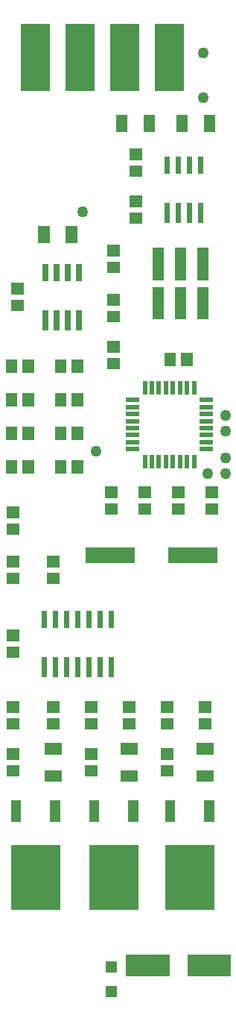
<source format=gbr>
G04 start of page 9 for group -4015 idx -4015 *
G04 Title: LED driver v. 0.1, toppaste *
G04 Creator: pcb 1.99x *
G04 CreationDate: Sat Jul 16 06:31:28 2011 UTC *
G04 For: davidellsworth *
G04 Format: Gerber/RS-274X *
G04 PCB-Dimensions: 113000 481000 *
G04 PCB-Coordinate-Origin: lower left *
%MOIN*%
%FSLAX24Y24*%
%LNFRONTPASTE*%
%ADD11C,0.0200*%
%ADD18C,0.0500*%
%ADD24R,0.0250X0.0250*%
%ADD25R,0.0512X0.0512*%
%ADD26R,0.2200X0.2200*%
%ADD27R,0.0450X0.0450*%
%ADD28R,0.0950X0.0950*%
%ADD29R,0.1300X0.1300*%
%ADD30R,0.0500X0.0500*%
%ADD31R,0.0700X0.0700*%
%ADD32R,0.0200X0.0200*%
G54D11*G36*
X5250Y5000D02*Y4500D01*
X5750D01*
Y5000D01*
X5250D01*
G37*
G36*
Y6100D02*Y5600D01*
X5750D01*
Y6100D01*
X5250D01*
G37*
G54D26*X2100Y10200D02*Y9500D01*
G54D27*X2975Y13075D02*Y12575D01*
X1225Y13075D02*Y12575D01*
G54D25*X6560Y39322D02*X6639D01*
X6560Y40077D02*X6639D01*
G54D30*X7600Y36000D02*Y35050D01*
Y37750D02*Y36800D01*
X8600Y36000D02*Y35050D01*
Y37750D02*Y36800D01*
X9600Y36000D02*Y35050D01*
Y37750D02*Y36800D01*
G54D18*X10600Y29800D03*
Y28600D03*
G54D24*X8000Y41950D02*Y41450D01*
X8500Y41950D02*Y41450D01*
X9000Y41950D02*Y41450D01*
X9500Y41950D02*Y41450D01*
X8500Y39900D02*Y39250D01*
X9000Y39900D02*Y39250D01*
X9500Y39900D02*Y39250D01*
X8000Y39900D02*Y39250D01*
G54D18*X10600Y30500D03*
Y27900D03*
X9800D03*
X4200Y39600D03*
G54D25*X4560Y14622D02*X4639D01*
X4560Y15377D02*X4639D01*
X5560Y37122D02*X5639D01*
X5560Y37877D02*X5639D01*
X1260Y36177D02*X1339D01*
X1260Y35422D02*X1339D01*
X6181Y15615D02*X6418D01*
X6181Y14384D02*X6418D01*
X1060Y16722D02*X1139D01*
X1060Y17477D02*X1139D01*
X1060Y14622D02*X1139D01*
X1060Y15377D02*X1139D01*
X1060Y25422D02*X1139D01*
X1060Y26177D02*X1139D01*
X9581Y15615D02*X9818D01*
X9581Y14384D02*X9818D01*
X9660Y16722D02*X9739D01*
X9660Y17477D02*X9739D01*
X3222Y31239D02*Y31160D01*
X3977Y31239D02*Y31160D01*
X9960Y26322D02*X10039D01*
X9960Y27077D02*X10039D01*
G54D31*X8400Y24250D02*X9900D01*
X4700D02*X6200D01*
G54D25*X8460Y27077D02*X8539D01*
X8460Y26322D02*X8539D01*
G54D32*X6997Y28646D02*Y28246D01*
X7312Y28646D02*Y28246D01*
X7627Y28646D02*Y28246D01*
X7942Y28646D02*Y28246D01*
X8257Y28646D02*Y28246D01*
X8572Y28646D02*Y28246D01*
X8887Y28646D02*Y28246D01*
X9202Y28646D02*Y28246D01*
X9553Y28997D02*X9953D01*
X9553Y29312D02*X9953D01*
X9553Y29627D02*X9953D01*
X9553Y29942D02*X9953D01*
X9553Y30257D02*X9953D01*
X9553Y30572D02*X9953D01*
X9553Y30887D02*X9953D01*
X9553Y31202D02*X9953D01*
X9202Y31953D02*Y31553D01*
X8887Y31953D02*Y31553D01*
X8572Y31953D02*Y31553D01*
X8257Y31953D02*Y31553D01*
X7942Y31953D02*Y31553D01*
X7627Y31953D02*Y31553D01*
X7312Y31953D02*Y31553D01*
X6997Y31953D02*Y31553D01*
X6246Y31202D02*X6646D01*
X6246Y30887D02*X6646D01*
X6246Y30572D02*X6646D01*
X6246Y30257D02*X6646D01*
X6246Y29942D02*X6646D01*
X6246Y29627D02*X6646D01*
X6246Y29312D02*X6646D01*
X6246Y28997D02*X6646D01*
G54D24*X2550Y37150D02*Y36650D01*
X3050Y37150D02*Y36650D01*
X3550Y37150D02*Y36650D01*
X4050Y37150D02*Y36650D01*
X3050Y35100D02*Y34450D01*
X3550Y35100D02*Y34450D01*
X4050Y35100D02*Y34450D01*
X2550Y35100D02*Y34450D01*
G54D25*X7960Y14622D02*X8039D01*
X7960Y15377D02*X8039D01*
X2781Y15615D02*X3018D01*
X2781Y14384D02*X3018D01*
X7960Y16722D02*X8039D01*
X7960Y17477D02*X8039D01*
G54D26*X5600Y10200D02*Y9500D01*
G54D27*X6475Y13075D02*Y12575D01*
X4725Y13075D02*Y12575D01*
G54D18*X9600Y44700D03*
G54D25*X1022Y31239D02*Y31160D01*
X1777Y31239D02*Y31160D01*
X2860Y16722D02*X2939D01*
X2860Y17477D02*X2939D01*
G54D18*X9600Y46700D03*
G54D25*X1022Y29739D02*Y29660D01*
X1777Y29739D02*Y29660D01*
X5460Y26322D02*X5539D01*
X5460Y27077D02*X5539D01*
X2860Y23222D02*X2939D01*
X2860Y23977D02*X2939D01*
X3222Y29739D02*Y29660D01*
X3977Y29739D02*Y29660D01*
X1060Y19922D02*X1139D01*
X1060Y20677D02*X1139D01*
X6260Y16722D02*X6339D01*
X6260Y17477D02*X6339D01*
X5560Y34922D02*X5639D01*
X5560Y35677D02*X5639D01*
X5967Y43684D02*Y43448D01*
X7198Y43684D02*Y43448D01*
X8877Y33039D02*Y32960D01*
X8122Y33039D02*Y32960D01*
X8667Y43684D02*Y43448D01*
X9898Y43684D02*Y43448D01*
G54D28*X6625Y5925D02*X7625D01*
X9375D02*X10375D01*
G54D25*X5560Y32822D02*X5639D01*
X5560Y33577D02*X5639D01*
X3222Y28239D02*Y28160D01*
X3977Y28239D02*Y28160D01*
X1022Y32739D02*Y32660D01*
X1777Y32739D02*Y32660D01*
X1022Y28239D02*Y28160D01*
X1777Y28239D02*Y28160D01*
G54D29*X8100Y47350D02*Y45650D01*
X6100Y47350D02*Y45650D01*
X4100Y47350D02*Y45650D01*
X2100Y47350D02*Y45650D01*
G54D25*X6560Y42177D02*X6639D01*
X6560Y41422D02*X6639D01*
G54D26*X9000Y10200D02*Y9500D01*
G54D27*X9875Y13075D02*Y12575D01*
X8125Y13075D02*Y12575D01*
G54D25*X4560Y16722D02*X4639D01*
X4560Y17477D02*X4639D01*
X6960Y27077D02*X7039D01*
X6960Y26322D02*X7039D01*
X3715Y38718D02*Y38481D01*
X2484Y38718D02*Y38481D01*
X1060Y23222D02*X1139D01*
X1060Y23977D02*X1139D01*
G54D24*X2500Y21650D02*Y21150D01*
X3000Y21650D02*Y21150D01*
X3500Y21650D02*Y21150D01*
X4000Y21650D02*Y21150D01*
X4500Y21650D02*Y21150D01*
X5000Y21650D02*Y21150D01*
X5500Y21650D02*Y21150D01*
Y19600D02*Y18950D01*
X5000Y19600D02*Y18950D01*
X4500Y19600D02*Y18950D01*
X4000Y19600D02*Y18950D01*
X3500Y19600D02*Y18950D01*
X3000Y19600D02*Y18950D01*
X2500Y19600D02*Y18950D01*
G54D18*X4800Y28900D03*
G54D25*X3222Y32739D02*Y32660D01*
X3977Y32739D02*Y32660D01*
M02*

</source>
